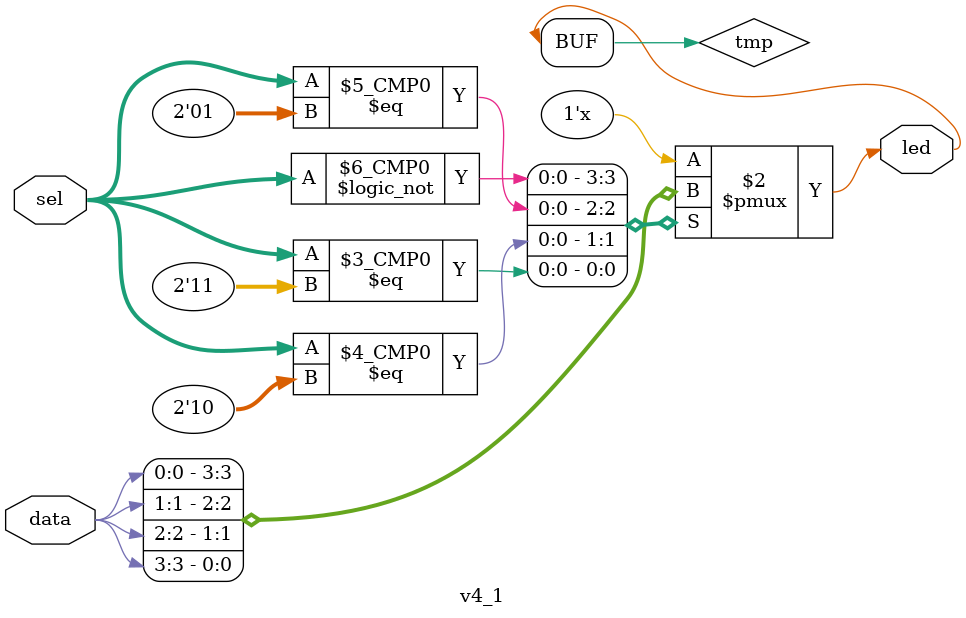
<source format=v>
`timescale 1ns / 1ps


module v4_1(
    input [3:0] data,
    input [1:0] sel,
    output led

    );
reg tmp;
always@(data, sel) begin
    case (sel)
    2'b00:  tmp <= data[0];
    2'b01:  tmp <= data[1];
    2'b10:  tmp <= data[2];
    2'b11:  tmp <= data[3];    
    endcase
end    
assign led = tmp;
endmodule

</source>
